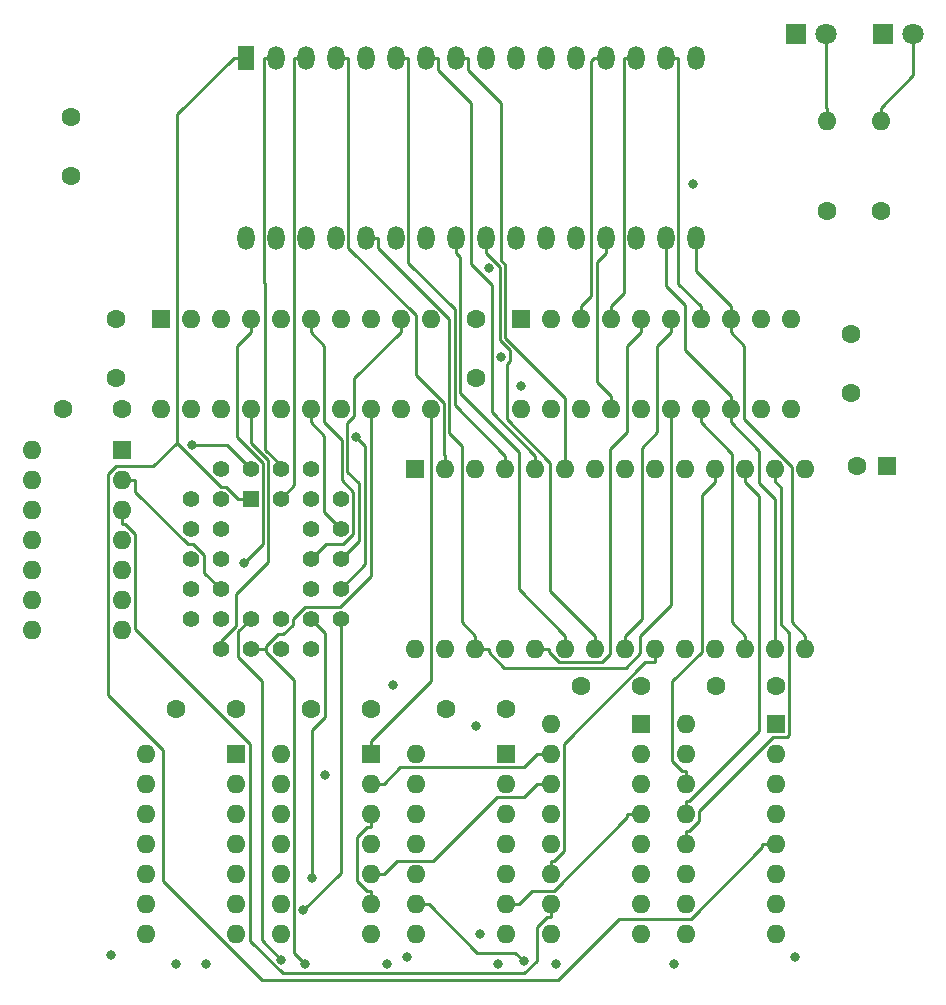
<source format=gbr>
%TF.GenerationSoftware,KiCad,Pcbnew,(6.0.9)*%
%TF.CreationDate,2023-08-23T21:47:27+02:00*%
%TF.ProjectId,p2000t-slot2-datacartridge,70323030-3074-42d7-936c-6f74322d6461,rev?*%
%TF.SameCoordinates,Original*%
%TF.FileFunction,Copper,L3,Inr*%
%TF.FilePolarity,Positive*%
%FSLAX46Y46*%
G04 Gerber Fmt 4.6, Leading zero omitted, Abs format (unit mm)*
G04 Created by KiCad (PCBNEW (6.0.9)) date 2023-08-23 21:47:27*
%MOMM*%
%LPD*%
G01*
G04 APERTURE LIST*
%TA.AperFunction,ComponentPad*%
%ADD10O,1.440000X2.000000*%
%TD*%
%TA.AperFunction,ComponentPad*%
%ADD11R,1.440000X2.000000*%
%TD*%
%TA.AperFunction,ComponentPad*%
%ADD12R,1.422400X1.422400*%
%TD*%
%TA.AperFunction,ComponentPad*%
%ADD13C,1.422400*%
%TD*%
%TA.AperFunction,ComponentPad*%
%ADD14R,1.600000X1.600000*%
%TD*%
%TA.AperFunction,ComponentPad*%
%ADD15O,1.600000X1.600000*%
%TD*%
%TA.AperFunction,ComponentPad*%
%ADD16C,1.600000*%
%TD*%
%TA.AperFunction,ComponentPad*%
%ADD17R,1.800000X1.800000*%
%TD*%
%TA.AperFunction,ComponentPad*%
%ADD18C,1.800000*%
%TD*%
%TA.AperFunction,ViaPad*%
%ADD19C,0.800000*%
%TD*%
%TA.AperFunction,Conductor*%
%ADD20C,0.250000*%
%TD*%
G04 APERTURE END LIST*
D10*
%TO.N,VCC*%
%TO.C,U14*%
X64398000Y-74387500D03*
%TO.N,~{WR}*%
X66938000Y-74387500D03*
%TO.N,CA17*%
X69478000Y-74387500D03*
%TO.N,CA14*%
X72018000Y-74387500D03*
%TO.N,CA13*%
X74558000Y-74387500D03*
%TO.N,CA8*%
X77098000Y-74387500D03*
%TO.N,CA9*%
X79638000Y-74387500D03*
%TO.N,CA11*%
X82178000Y-74387500D03*
%TO.N,~{RD}*%
X84718000Y-74387500D03*
%TO.N,CA10*%
X87258000Y-74387500D03*
%TO.N,SO5*%
X89798000Y-74387500D03*
%TO.N,D7*%
X92338000Y-74387500D03*
%TO.N,D6*%
X94878000Y-74387500D03*
%TO.N,D5*%
X97418000Y-74387500D03*
%TO.N,D4*%
X99958000Y-74387500D03*
%TO.N,D3*%
X102498000Y-74387500D03*
%TO.N,GND*%
X102498000Y-59147500D03*
%TO.N,D2*%
X99958000Y-59147500D03*
%TO.N,D1*%
X97418000Y-59147500D03*
%TO.N,D0*%
X94878000Y-59147500D03*
%TO.N,CA0*%
X92338000Y-59147500D03*
%TO.N,CA1*%
X89798000Y-59147500D03*
%TO.N,CA2*%
X87258000Y-59147500D03*
%TO.N,CA3*%
X84718000Y-59147500D03*
%TO.N,CA4*%
X82178000Y-59147500D03*
%TO.N,CA5*%
X79638000Y-59147500D03*
%TO.N,CA6*%
X77098000Y-59147500D03*
%TO.N,CA7*%
X74558000Y-59147500D03*
%TO.N,CA12*%
X72018000Y-59147500D03*
%TO.N,CA15*%
X69478000Y-59147500D03*
%TO.N,CA16*%
X66938000Y-59147500D03*
D11*
%TO.N,CA18*%
X64398000Y-59147500D03*
%TD*%
D12*
%TO.N,CA18*%
%TO.C,U5*%
X64770000Y-96520000D03*
D13*
%TO.N,CA16*%
X67310000Y-93980000D03*
%TO.N,CA15*%
X67310000Y-96520000D03*
%TO.N,CA12*%
X69850000Y-93980000D03*
%TO.N,CA7*%
X72390000Y-96520000D03*
%TO.N,CA6*%
X69850000Y-96520000D03*
%TO.N,CA5*%
X72390000Y-99060000D03*
%TO.N,CA4*%
X69850000Y-99060000D03*
%TO.N,CA3*%
X72390000Y-101600000D03*
%TO.N,CA2*%
X69850000Y-101600000D03*
%TO.N,CA1*%
X72390000Y-104140000D03*
%TO.N,CA0*%
X69850000Y-104140000D03*
%TO.N,D0*%
X72390000Y-106680000D03*
%TO.N,D1*%
X69850000Y-109220000D03*
%TO.N,D2*%
X69850000Y-106680000D03*
%TO.N,GND*%
X67310000Y-109220000D03*
%TO.N,D3*%
X67310000Y-106680000D03*
%TO.N,D4*%
X64770000Y-109220000D03*
%TO.N,D5*%
X64770000Y-106680000D03*
%TO.N,D6*%
X62230000Y-109220000D03*
%TO.N,D7*%
X59690000Y-106680000D03*
%TO.N,SO2*%
X62230000Y-106680000D03*
%TO.N,CA10*%
X59690000Y-104140000D03*
%TO.N,~{RD}*%
X62230000Y-104140000D03*
%TO.N,CA11*%
X59690000Y-101600000D03*
%TO.N,CA9*%
X62230000Y-101600000D03*
%TO.N,CA8*%
X59690000Y-99060000D03*
%TO.N,CA13*%
X62230000Y-99060000D03*
%TO.N,CA14*%
X59690000Y-96520000D03*
%TO.N,CA17*%
X62230000Y-93980000D03*
%TO.N,~{WR}*%
X62230000Y-96520000D03*
%TO.N,VCC*%
X64770000Y-93980000D03*
%TD*%
D14*
%TO.N,Net-(R1-Pad1)*%
%TO.C,U15*%
X53888800Y-92400200D03*
D15*
%TO.N,~{RD}*%
X53888800Y-94940200D03*
%TO.N,SO5*%
X53888800Y-97480200D03*
%TO.N,unconnected-(U15-Pad4)*%
X53888800Y-100020200D03*
%TO.N,VCC*%
X53888800Y-102560200D03*
X53888800Y-105100200D03*
%TO.N,GND*%
X53888800Y-107640200D03*
%TO.N,N/C*%
X46268800Y-107640200D03*
X46268800Y-105100200D03*
X46268800Y-102560200D03*
%TO.N,~{WR}*%
X46268800Y-100020200D03*
%TO.N,SO5*%
X46268800Y-97480200D03*
%TO.N,Net-(R2-Pad1)*%
X46268800Y-94940200D03*
%TO.N,VCC*%
X46268800Y-92400200D03*
%TD*%
%TO.N,Net-(D2-Pad2)*%
%TO.C,R2*%
X118110000Y-64516000D03*
D16*
%TO.N,Net-(R2-Pad1)*%
X118110000Y-72136000D03*
%TD*%
%TO.N,Net-(R1-Pad1)*%
%TO.C,R1*%
X113538000Y-72136000D03*
D15*
%TO.N,Net-(D1-Pad2)*%
X113538000Y-64516000D03*
%TD*%
D17*
%TO.N,GND*%
%TO.C,D2*%
X118359000Y-57150000D03*
D18*
%TO.N,Net-(D2-Pad2)*%
X120899000Y-57150000D03*
%TD*%
D17*
%TO.N,GND*%
%TO.C,D1*%
X110993000Y-57150000D03*
D18*
%TO.N,Net-(D1-Pad2)*%
X113533000Y-57150000D03*
%TD*%
D14*
%TO.N,A0*%
%TO.C,U3*%
X97790000Y-115570000D03*
D15*
%TO.N,A1*%
X97790000Y-118110000D03*
%TO.N,A2*%
X97790000Y-120650000D03*
%TO.N,Net-(U1-Pad6)*%
X97790000Y-123190000D03*
%TO.N,~{IORQ}*%
X97790000Y-125730000D03*
%TO.N,Net-(U3-Pad6)*%
X97790000Y-128270000D03*
%TO.N,unconnected-(U3-Pad7)*%
X97790000Y-130810000D03*
%TO.N,GND*%
X97790000Y-133350000D03*
%TO.N,unconnected-(U3-Pad9)*%
X90170000Y-133350000D03*
%TO.N,SO5*%
X90170000Y-130810000D03*
%TO.N,SO4*%
X90170000Y-128270000D03*
%TO.N,Net-(U3-Pad12)*%
X90170000Y-125730000D03*
%TO.N,SO2*%
X90170000Y-123190000D03*
%TO.N,Net-(U3-Pad14)*%
X90170000Y-120650000D03*
%TO.N,Net-(U3-Pad15)*%
X90170000Y-118110000D03*
%TO.N,VCC*%
X90170000Y-115570000D03*
%TD*%
D14*
%TO.N,A7*%
%TO.C,U1*%
X86360000Y-118110000D03*
D15*
%TO.N,Net-(U1-Pad2)*%
X86360000Y-120650000D03*
%TO.N,A4*%
X86360000Y-123190000D03*
%TO.N,Net-(U1-Pad4)*%
X86360000Y-125730000D03*
%TO.N,M1*%
X86360000Y-128270000D03*
%TO.N,Net-(U1-Pad6)*%
X86360000Y-130810000D03*
%TO.N,GND*%
X86360000Y-133350000D03*
%TO.N,Net-(U1-Pad8)*%
X78740000Y-133350000D03*
%TO.N,~{RES}*%
X78740000Y-130810000D03*
%TO.N,unconnected-(U1-Pad10)*%
X78740000Y-128270000D03*
%TO.N,VCC*%
X78740000Y-125730000D03*
%TO.N,unconnected-(U1-Pad12)*%
X78740000Y-123190000D03*
%TO.N,VCC*%
X78740000Y-120650000D03*
X78740000Y-118110000D03*
%TD*%
D14*
%TO.N,Net-(U6-Pad1)*%
%TO.C,U6*%
X74930000Y-118105000D03*
D15*
%TO.N,Net-(U3-Pad15)*%
X74930000Y-120645000D03*
%TO.N,~{WR}*%
X74930000Y-123185000D03*
%TO.N,Net-(U6-Pad4)*%
X74930000Y-125725000D03*
%TO.N,Net-(U3-Pad14)*%
X74930000Y-128265000D03*
%TO.N,~{WR}*%
X74930000Y-130805000D03*
%TO.N,GND*%
X74930000Y-133345000D03*
%TO.N,VCC*%
X67310000Y-133345000D03*
X67310000Y-130805000D03*
%TO.N,unconnected-(U6-Pad10)*%
X67310000Y-128265000D03*
%TO.N,Net-(U3-Pad12)*%
X67310000Y-125725000D03*
%TO.N,~{WR}*%
X67310000Y-123185000D03*
%TO.N,Net-(U6-Pad13)*%
X67310000Y-120645000D03*
%TO.N,VCC*%
X67310000Y-118105000D03*
%TD*%
D14*
%TO.N,Net-(U1-Pad4)*%
%TO.C,U4*%
X63500000Y-118105000D03*
D15*
%TO.N,A6*%
X63500000Y-120645000D03*
%TO.N,N/C*%
X63500000Y-123185000D03*
%TO.N,A5*%
X63500000Y-125725000D03*
%TO.N,Net-(U1-Pad2)*%
X63500000Y-128265000D03*
%TO.N,Net-(U3-Pad6)*%
X63500000Y-130805000D03*
%TO.N,GND*%
X63500000Y-133345000D03*
%TO.N,unconnected-(U4-Pad8)*%
X55880000Y-133345000D03*
%TO.N,GND*%
X55880000Y-130805000D03*
X55880000Y-128265000D03*
%TO.N,N/C*%
X55880000Y-125725000D03*
%TO.N,GND*%
X55880000Y-123185000D03*
X55880000Y-120645000D03*
%TO.N,VCC*%
X55880000Y-118105000D03*
%TD*%
D14*
%TO.N,~{RES}*%
%TO.C,U8*%
X87635000Y-81290000D03*
D15*
%TO.N,CA8*%
X90175000Y-81290000D03*
%TO.N,D0*%
X92715000Y-81290000D03*
%TO.N,D1*%
X95255000Y-81290000D03*
%TO.N,CA9*%
X97795000Y-81290000D03*
%TO.N,CA10*%
X100335000Y-81290000D03*
%TO.N,D2*%
X102875000Y-81290000D03*
%TO.N,D3*%
X105415000Y-81290000D03*
%TO.N,CA11*%
X107955000Y-81290000D03*
%TO.N,GND*%
X110495000Y-81290000D03*
%TO.N,Net-(U6-Pad4)*%
X110495000Y-88910000D03*
%TO.N,CA12*%
X107955000Y-88910000D03*
%TO.N,D4*%
X105415000Y-88910000D03*
%TO.N,D5*%
X102875000Y-88910000D03*
%TO.N,CA13*%
X100335000Y-88910000D03*
%TO.N,CA14*%
X97795000Y-88910000D03*
%TO.N,D6*%
X95255000Y-88910000D03*
%TO.N,D7*%
X92715000Y-88910000D03*
%TO.N,CA15*%
X90175000Y-88910000D03*
%TO.N,VCC*%
X87635000Y-88910000D03*
%TD*%
D14*
%TO.N,~{RES}*%
%TO.C,U9*%
X57155000Y-81290000D03*
D15*
%TO.N,CA0*%
X59695000Y-81290000D03*
%TO.N,D0*%
X62235000Y-81290000D03*
%TO.N,D1*%
X64775000Y-81290000D03*
%TO.N,CA1*%
X67315000Y-81290000D03*
%TO.N,CA2*%
X69855000Y-81290000D03*
%TO.N,D2*%
X72395000Y-81290000D03*
%TO.N,D3*%
X74935000Y-81290000D03*
%TO.N,CA3*%
X77475000Y-81290000D03*
%TO.N,GND*%
X80015000Y-81290000D03*
%TO.N,Net-(U6-Pad1)*%
X80015000Y-88910000D03*
%TO.N,CA4*%
X77475000Y-88910000D03*
%TO.N,D4*%
X74935000Y-88910000D03*
%TO.N,D5*%
X72395000Y-88910000D03*
%TO.N,CA5*%
X69855000Y-88910000D03*
%TO.N,CA6*%
X67315000Y-88910000D03*
%TO.N,D6*%
X64775000Y-88910000D03*
%TO.N,D7*%
X62235000Y-88910000D03*
%TO.N,CA7*%
X59695000Y-88910000D03*
%TO.N,VCC*%
X57155000Y-88910000D03*
%TD*%
D16*
%TO.N,VCC*%
%TO.C,C1*%
X58500000Y-114300000D03*
%TO.N,GND*%
X63500000Y-114300000D03*
%TD*%
%TO.N,VCC*%
%TO.C,C2*%
X69930000Y-114300000D03*
%TO.N,GND*%
X74930000Y-114300000D03*
%TD*%
%TO.N,VCC*%
%TO.C,C3*%
X81360000Y-114300000D03*
%TO.N,GND*%
X86360000Y-114300000D03*
%TD*%
%TO.N,VCC*%
%TO.C,C4*%
X104220000Y-112395000D03*
%TO.N,GND*%
X109220000Y-112395000D03*
%TD*%
%TO.N,VCC*%
%TO.C,C5*%
X53340000Y-86290000D03*
%TO.N,GND*%
X53340000Y-81290000D03*
%TD*%
%TO.N,GND*%
%TO.C,C6*%
X48888800Y-88900000D03*
%TO.N,VCC*%
X53888800Y-88900000D03*
%TD*%
%TO.N,VCC*%
%TO.C,C8*%
X115570000Y-82550000D03*
%TO.N,GND*%
X115570000Y-87550000D03*
%TD*%
%TO.N,VCC*%
%TO.C,C9*%
X49530000Y-69175000D03*
%TO.N,GND*%
X49530000Y-64175000D03*
%TD*%
D14*
%TO.N,GND*%
%TO.C,U13*%
X109220000Y-115570000D03*
D15*
X109220000Y-118110000D03*
%TO.N,CA16*%
X109220000Y-120650000D03*
%TO.N,CA17*%
X109220000Y-123190000D03*
%TO.N,CA18*%
X109220000Y-125730000D03*
%TO.N,unconnected-(U13-Pad6)*%
X109220000Y-128270000D03*
%TO.N,Net-(U6-Pad13)*%
X109220000Y-130810000D03*
%TO.N,GND*%
X109220000Y-133350000D03*
X101600000Y-133350000D03*
X101600000Y-130810000D03*
X101600000Y-128270000D03*
%TO.N,D2*%
X101600000Y-125730000D03*
%TO.N,D1*%
X101600000Y-123190000D03*
%TO.N,D0*%
X101600000Y-120650000D03*
%TO.N,Net-(U1-Pad8)*%
X101600000Y-118110000D03*
%TO.N,VCC*%
X101600000Y-115570000D03*
%TD*%
D16*
%TO.N,VCC*%
%TO.C,C7*%
X83820000Y-86280000D03*
%TO.N,GND*%
X83820000Y-81280000D03*
%TD*%
%TO.N,VCC*%
%TO.C,C10*%
X97790000Y-112395000D03*
%TO.N,GND*%
X92790000Y-112395000D03*
%TD*%
D14*
%TO.N,VCC*%
%TO.C,C11*%
X118618000Y-93726000D03*
D16*
%TO.N,GND*%
X116118000Y-93726000D03*
%TD*%
D14*
%TO.N,CA14*%
%TO.C,U11*%
X78725000Y-93975000D03*
D15*
%TO.N,CA12*%
X81265000Y-93975000D03*
%TO.N,CA7*%
X83805000Y-93975000D03*
%TO.N,CA6*%
X86345000Y-93975000D03*
%TO.N,CA5*%
X88885000Y-93975000D03*
%TO.N,CA4*%
X91425000Y-93975000D03*
%TO.N,CA3*%
X93965000Y-93975000D03*
%TO.N,CA2*%
X96505000Y-93975000D03*
%TO.N,CA1*%
X99045000Y-93975000D03*
%TO.N,CA0*%
X101585000Y-93975000D03*
%TO.N,D0*%
X104125000Y-93975000D03*
%TO.N,D1*%
X106665000Y-93975000D03*
%TO.N,D2*%
X109205000Y-93975000D03*
%TO.N,GND*%
X111745000Y-93975000D03*
%TO.N,D3*%
X111745000Y-109215000D03*
%TO.N,D4*%
X109205000Y-109215000D03*
%TO.N,D5*%
X106665000Y-109215000D03*
%TO.N,D6*%
X104125000Y-109215000D03*
%TO.N,D7*%
X101585000Y-109215000D03*
%TO.N,SO4*%
X99045000Y-109215000D03*
%TO.N,CA10*%
X96505000Y-109215000D03*
%TO.N,~{RD}*%
X93965000Y-109215000D03*
%TO.N,CA11*%
X91425000Y-109215000D03*
%TO.N,CA9*%
X88885000Y-109215000D03*
%TO.N,CA8*%
X86345000Y-109215000D03*
%TO.N,CA13*%
X83805000Y-109215000D03*
%TO.N,~{WR}*%
X81265000Y-109215000D03*
%TO.N,VCC*%
X78725000Y-109215000D03*
%TD*%
D19*
%TO.N,VCC*%
X87630000Y-86995000D03*
%TO.N,GND*%
X78002666Y-135320765D03*
X84220900Y-133350000D03*
X90657500Y-135890000D03*
X102235000Y-69850000D03*
X84952801Y-76972199D03*
%TO.N,VCC*%
X59786849Y-91978151D03*
X76835000Y-112313700D03*
X83820000Y-115785300D03*
%TO.N,GND*%
X58420000Y-135890000D03*
X60960000Y-135890000D03*
%TO.N,SO5*%
X85987700Y-84526900D03*
%TO.N,CA1*%
X73665000Y-91278400D03*
%TO.N,~{WR}*%
X100638800Y-135905100D03*
%TO.N,D1*%
X64226300Y-101917200D03*
%TO.N,D5*%
X67389100Y-135524300D03*
%TO.N,D7*%
X71059100Y-119913400D03*
%TO.N,A5*%
X76300700Y-135918200D03*
%TO.N,~{RES}*%
X87909100Y-135682600D03*
%TO.N,A6*%
X85737100Y-135888300D03*
%TO.N,D4*%
X69423400Y-135912600D03*
%TO.N,D2*%
X69995600Y-128638700D03*
%TO.N,D0*%
X69245700Y-131315200D03*
%TO.N,VCC*%
X52975800Y-135131700D03*
%TO.N,GND*%
X110883200Y-135337500D03*
%TD*%
D20*
%TO.N,VCC*%
X64770000Y-93980000D02*
X62768151Y-91978151D01*
X62768151Y-91978151D02*
X59786849Y-91978151D01*
%TO.N,Net-(U6-Pad1)*%
X80015000Y-111894700D02*
X74930000Y-116979700D01*
X80015000Y-88910000D02*
X80015000Y-111894700D01*
X74930000Y-118105000D02*
X74930000Y-116979700D01*
%TO.N,Net-(U3-Pad15)*%
X87919400Y-119235300D02*
X89044700Y-118110000D01*
X77465000Y-119235300D02*
X87919400Y-119235300D01*
X76055300Y-120645000D02*
X77465000Y-119235300D01*
X74930000Y-120645000D02*
X76055300Y-120645000D01*
X90170000Y-118110000D02*
X89044700Y-118110000D01*
%TO.N,Net-(U3-Pad14)*%
X87919400Y-121775300D02*
X89044700Y-120650000D01*
X85618200Y-121775300D02*
X87919400Y-121775300D01*
X80253800Y-127139700D02*
X85618200Y-121775300D01*
X77180600Y-127139700D02*
X80253800Y-127139700D01*
X76055300Y-128265000D02*
X77180600Y-127139700D01*
X74930000Y-128265000D02*
X76055300Y-128265000D01*
X90170000Y-120650000D02*
X89044700Y-120650000D01*
%TO.N,CA18*%
X64398000Y-59147500D02*
X63352700Y-59147500D01*
X109220000Y-125730000D02*
X108094700Y-125730000D01*
X64770000Y-96520000D02*
X63733500Y-96520000D01*
X62697000Y-95483500D02*
X63733500Y-96520000D01*
X62267600Y-95483500D02*
X62697000Y-95483500D01*
X58535200Y-91751100D02*
X62267600Y-95483500D01*
X58535200Y-63965000D02*
X58535200Y-91751100D01*
X63352700Y-59147500D02*
X58535200Y-63965000D01*
X108094700Y-126011300D02*
X108094700Y-125730000D01*
X102026000Y-132080000D02*
X108094700Y-126011300D01*
X95972900Y-132080000D02*
X102026000Y-132080000D01*
X90839700Y-137213200D02*
X95972900Y-132080000D01*
X65709200Y-137213200D02*
X90839700Y-137213200D01*
X57374600Y-128878600D02*
X65709200Y-137213200D01*
X57374600Y-117785800D02*
X57374600Y-128878600D01*
X52732000Y-113143200D02*
X57374600Y-117785800D01*
X52732000Y-94443200D02*
X52732000Y-113143200D01*
X53408500Y-93766700D02*
X52732000Y-94443200D01*
X56519600Y-93766700D02*
X53408500Y-93766700D01*
X58535200Y-91751100D02*
X56519600Y-93766700D01*
%TO.N,CA16*%
X66938000Y-59147500D02*
X65892700Y-59147500D01*
X65892700Y-78183700D02*
X65892700Y-59147500D01*
X66007200Y-78298200D02*
X65892700Y-78183700D01*
X66007200Y-92363600D02*
X66007200Y-78298200D01*
X67310000Y-93666400D02*
X66007200Y-92363600D01*
X67310000Y-93980000D02*
X67310000Y-93666400D01*
%TO.N,SO4*%
X90451400Y-127144700D02*
X90170000Y-127144700D01*
X91295300Y-126300800D02*
X90451400Y-127144700D01*
X91295300Y-117246000D02*
X91295300Y-126300800D01*
X98201000Y-110340300D02*
X91295300Y-117246000D01*
X99045000Y-110340300D02*
X98201000Y-110340300D01*
X90170000Y-128270000D02*
X90170000Y-127144700D01*
X99045000Y-109215000D02*
X99045000Y-110340300D01*
%TO.N,SO5*%
X54170200Y-98605500D02*
X53888800Y-98605500D01*
X55014100Y-99449400D02*
X54170200Y-98605500D01*
X55014100Y-107519300D02*
X55014100Y-99449400D01*
X64766100Y-117271300D02*
X55014100Y-107519300D01*
X64766100Y-133950400D02*
X64766100Y-117271300D01*
X67510300Y-136694600D02*
X64766100Y-133950400D01*
X87951100Y-136694600D02*
X67510300Y-136694600D01*
X89044700Y-135601000D02*
X87951100Y-136694600D01*
X89044700Y-132779200D02*
X89044700Y-135601000D01*
X89888600Y-131935300D02*
X89044700Y-132779200D01*
X90170000Y-131935300D02*
X89888600Y-131935300D01*
X90170000Y-130810000D02*
X90170000Y-131935300D01*
X53888800Y-97480200D02*
X53888800Y-98605500D01*
%TO.N,Net-(D2-Pad2)*%
X120899000Y-60601700D02*
X118110000Y-63390700D01*
X120899000Y-57150000D02*
X120899000Y-60601700D01*
X118110000Y-64516000D02*
X118110000Y-63390700D01*
%TO.N,Net-(D1-Pad2)*%
X113533000Y-63385700D02*
X113538000Y-63390700D01*
X113533000Y-57150000D02*
X113533000Y-63385700D01*
X113538000Y-64516000D02*
X113538000Y-63390700D01*
%TO.N,CA15*%
X68432700Y-78480700D02*
X68432700Y-59147500D01*
X68448800Y-78496800D02*
X68432700Y-78480700D01*
X68448800Y-95381200D02*
X68448800Y-78496800D01*
X67310000Y-96520000D02*
X68448800Y-95381200D01*
X69478000Y-59147500D02*
X68432700Y-59147500D01*
%TO.N,CA6*%
X86345000Y-93975000D02*
X86345000Y-92849700D01*
X77098000Y-59147500D02*
X78143300Y-59147500D01*
X78143300Y-76514600D02*
X78143300Y-59147500D01*
X82043500Y-80414800D02*
X78143300Y-76514600D01*
X82043500Y-88548200D02*
X82043500Y-80414800D01*
X86345000Y-92849700D02*
X82043500Y-88548200D01*
%TO.N,CA5*%
X88885000Y-93975000D02*
X88885000Y-92849700D01*
X79638000Y-59147500D02*
X80683300Y-59147500D01*
X70980300Y-97650300D02*
X72390000Y-99060000D01*
X70980300Y-91160600D02*
X70980300Y-97650300D01*
X69855000Y-90035300D02*
X70980300Y-91160600D01*
X69855000Y-88910000D02*
X69855000Y-90035300D01*
X80683300Y-60192800D02*
X80683300Y-59147500D01*
X83448000Y-62957500D02*
X80683300Y-60192800D01*
X83448000Y-76648600D02*
X83448000Y-62957500D01*
X85202500Y-78403100D02*
X83448000Y-76648600D01*
X85202500Y-89167200D02*
X85202500Y-78403100D01*
X88885000Y-92849700D02*
X85202500Y-89167200D01*
%TO.N,CA13*%
X74558000Y-74387500D02*
X75603300Y-74387500D01*
X75603300Y-75268200D02*
X75603300Y-74387500D01*
X81593200Y-81258100D02*
X75603300Y-75268200D01*
X81593200Y-90947900D02*
X81593200Y-81258100D01*
X82679700Y-92034400D02*
X81593200Y-90947900D01*
X82679700Y-106964400D02*
X82679700Y-92034400D01*
X83805000Y-108089700D02*
X82679700Y-106964400D01*
X83805000Y-109074300D02*
X83805000Y-108089700D01*
X83805000Y-109074300D02*
X83805000Y-109215000D01*
X83805000Y-109215000D02*
X84930300Y-109215000D01*
X100335000Y-105529600D02*
X100335000Y-88910000D01*
X97775000Y-108089600D02*
X100335000Y-105529600D01*
X97775000Y-109587700D02*
X97775000Y-108089600D01*
X96545700Y-110817000D02*
X97775000Y-109587700D01*
X86251000Y-110817000D02*
X96545700Y-110817000D01*
X84930300Y-109496300D02*
X86251000Y-110817000D01*
X84930300Y-109215000D02*
X84930300Y-109496300D01*
%TO.N,CA11*%
X91425000Y-109215000D02*
X91425000Y-108089700D01*
X82178000Y-74387500D02*
X82178000Y-75712800D01*
X82493800Y-76028600D02*
X82178000Y-75712800D01*
X82493800Y-87588500D02*
X82493800Y-76028600D01*
X87484900Y-92579600D02*
X82493800Y-87588500D01*
X87484900Y-104149600D02*
X87484900Y-92579600D01*
X91425000Y-108089700D02*
X87484900Y-104149600D01*
%TO.N,CA9*%
X96669700Y-83540600D02*
X97795000Y-82415300D01*
X96669700Y-90889600D02*
X96669700Y-83540600D01*
X95235000Y-92324300D02*
X96669700Y-90889600D01*
X95235000Y-109633400D02*
X95235000Y-92324300D01*
X94501700Y-110366700D02*
X95235000Y-109633400D01*
X90925300Y-110366700D02*
X94501700Y-110366700D01*
X90010300Y-109451700D02*
X90925300Y-110366700D01*
X90010300Y-109215000D02*
X90010300Y-109451700D01*
X88885000Y-109215000D02*
X90010300Y-109215000D01*
X97795000Y-81290000D02*
X97795000Y-82415300D01*
%TO.N,CA12*%
X73063300Y-75261600D02*
X73063300Y-59147500D01*
X78745000Y-80943300D02*
X73063300Y-75261600D01*
X78745000Y-86024000D02*
X78745000Y-80943300D01*
X81142800Y-88421800D02*
X78745000Y-86024000D01*
X81142800Y-92727500D02*
X81142800Y-88421800D01*
X81265000Y-92849700D02*
X81142800Y-92727500D01*
X81265000Y-93975000D02*
X81265000Y-92849700D01*
X72018000Y-59147500D02*
X73063300Y-59147500D01*
%TO.N,CA10*%
X96505000Y-109215000D02*
X96505000Y-108089700D01*
X100335000Y-81290000D02*
X100335000Y-82415300D01*
X99209700Y-83540600D02*
X100335000Y-82415300D01*
X99209700Y-90889600D02*
X99209700Y-83540600D01*
X97909000Y-92190300D02*
X99209700Y-90889600D01*
X97909000Y-106685700D02*
X97909000Y-92190300D01*
X96505000Y-108089700D02*
X97909000Y-106685700D01*
%TO.N,CA3*%
X73921500Y-100068500D02*
X72390000Y-101600000D01*
X73921500Y-95205100D02*
X73921500Y-100068500D01*
X72938400Y-94222000D02*
X73921500Y-95205100D01*
X72938400Y-90106600D02*
X72938400Y-94222000D01*
X73574200Y-89470800D02*
X72938400Y-90106600D01*
X73574200Y-86316100D02*
X73574200Y-89470800D01*
X77475000Y-82415300D02*
X73574200Y-86316100D01*
X77475000Y-81290000D02*
X77475000Y-82415300D01*
%TO.N,CA1*%
X74460900Y-92074300D02*
X73665000Y-91278400D01*
X74460900Y-102069100D02*
X74460900Y-92074300D01*
X72390000Y-104140000D02*
X74460900Y-102069100D01*
%TO.N,CA4*%
X83223300Y-60192800D02*
X83223300Y-59147500D01*
X85988000Y-62957500D02*
X83223300Y-60192800D01*
X85988000Y-76345900D02*
X85988000Y-62957500D01*
X86306400Y-76664300D02*
X85988000Y-76345900D01*
X86306400Y-82862000D02*
X86306400Y-76664300D01*
X91425000Y-87980600D02*
X86306400Y-82862000D01*
X91425000Y-93975000D02*
X91425000Y-87980600D01*
X82178000Y-59147500D02*
X83223300Y-59147500D01*
%TO.N,CA2*%
X70980300Y-83540600D02*
X69855000Y-82415300D01*
X70980300Y-90030600D02*
X70980300Y-83540600D01*
X72487900Y-91538200D02*
X70980300Y-90030600D01*
X72487900Y-94954600D02*
X72487900Y-91538200D01*
X73467100Y-95933800D02*
X72487900Y-94954600D01*
X73467100Y-99492400D02*
X73467100Y-95933800D01*
X72629500Y-100330000D02*
X73467100Y-99492400D01*
X71120000Y-100330000D02*
X72629500Y-100330000D01*
X69850000Y-101600000D02*
X71120000Y-100330000D01*
X69855000Y-81290000D02*
X69855000Y-82415300D01*
%TO.N,~{WR}*%
X74648600Y-124310300D02*
X74930000Y-124310300D01*
X73804700Y-125154200D02*
X74648600Y-124310300D01*
X73804700Y-128835700D02*
X73804700Y-125154200D01*
X74648700Y-129679700D02*
X73804700Y-128835700D01*
X74930000Y-129679700D02*
X74648700Y-129679700D01*
X74930000Y-130805000D02*
X74930000Y-129679700D01*
X74930000Y-123185000D02*
X74930000Y-124310300D01*
%TO.N,Net-(U1-Pad6)*%
X96664700Y-123471300D02*
X96664700Y-123190000D01*
X90451300Y-129684700D02*
X96664700Y-123471300D01*
X88610600Y-129684700D02*
X90451300Y-129684700D01*
X87485300Y-130810000D02*
X88610600Y-129684700D01*
X86360000Y-130810000D02*
X87485300Y-130810000D01*
X97790000Y-123190000D02*
X96664700Y-123190000D01*
%TO.N,D1*%
X96372700Y-79047000D02*
X95255000Y-80164700D01*
X96372700Y-59147500D02*
X96372700Y-79047000D01*
X97418000Y-59147500D02*
X96372700Y-59147500D01*
X95255000Y-81290000D02*
X95255000Y-80164700D01*
X101600000Y-123190000D02*
X101600000Y-122064700D01*
X101881400Y-122064700D02*
X101600000Y-122064700D01*
X107797100Y-116149000D02*
X101881400Y-122064700D01*
X107797100Y-96232400D02*
X107797100Y-116149000D01*
X106665000Y-95100300D02*
X107797100Y-96232400D01*
X106665000Y-93975000D02*
X106665000Y-95100300D01*
X64775000Y-81290000D02*
X64775000Y-82415300D01*
X65806500Y-100337000D02*
X64226300Y-101917200D01*
X65806500Y-93436700D02*
X65806500Y-100337000D01*
X63635600Y-91265800D02*
X65806500Y-93436700D01*
X63635600Y-83554700D02*
X63635600Y-91265800D01*
X64775000Y-82415300D02*
X63635600Y-83554700D01*
%TO.N,D3*%
X102498000Y-77247700D02*
X102498000Y-74387500D01*
X105415000Y-80164700D02*
X102498000Y-77247700D01*
X105415000Y-81290000D02*
X105415000Y-80164700D01*
X106540300Y-83540600D02*
X105415000Y-82415300D01*
X106540300Y-89715600D02*
X106540300Y-83540600D01*
X110619700Y-93795000D02*
X106540300Y-89715600D01*
X110619700Y-106964400D02*
X110619700Y-93795000D01*
X111745000Y-108089700D02*
X110619700Y-106964400D01*
X111745000Y-109215000D02*
X111745000Y-108089700D01*
X105415000Y-81290000D02*
X105415000Y-82415300D01*
%TO.N,D5*%
X105539700Y-92700000D02*
X102875000Y-90035300D01*
X105539700Y-106964400D02*
X105539700Y-92700000D01*
X106665000Y-108089700D02*
X105539700Y-106964400D01*
X106665000Y-109215000D02*
X106665000Y-108089700D01*
X102875000Y-88910000D02*
X102875000Y-90035300D01*
X65766400Y-133901600D02*
X67389100Y-135524300D01*
X65766400Y-111971600D02*
X65766400Y-133901600D01*
X63715200Y-109920400D02*
X65766400Y-111971600D01*
X63715200Y-107734800D02*
X63715200Y-109920400D01*
X64770000Y-106680000D02*
X63715200Y-107734800D01*
%TO.N,~{RES}*%
X78740000Y-130810000D02*
X79865300Y-130810000D01*
X87152200Y-134925700D02*
X87909100Y-135682600D01*
X83981000Y-134925700D02*
X87152200Y-134925700D01*
X79865300Y-130810000D02*
X83981000Y-134925700D01*
%TO.N,~{RD}*%
X93965000Y-109215000D02*
X93965000Y-108089700D01*
X84718000Y-74387500D02*
X84718000Y-75712800D01*
X53888800Y-94940200D02*
X55014100Y-94940200D01*
X55014100Y-95903000D02*
X55014100Y-94940200D01*
X59441100Y-100330000D02*
X55014100Y-95903000D01*
X59928500Y-100330000D02*
X59441100Y-100330000D01*
X60843400Y-101244900D02*
X59928500Y-100330000D01*
X60843400Y-102753400D02*
X60843400Y-101244900D01*
X62230000Y-104140000D02*
X60843400Y-102753400D01*
X85856100Y-76850900D02*
X84718000Y-75712800D01*
X85856100Y-83087000D02*
X85856100Y-76850900D01*
X86713000Y-83943900D02*
X85856100Y-83087000D01*
X86713000Y-84827400D02*
X86713000Y-83943900D01*
X86482700Y-85057700D02*
X86713000Y-84827400D01*
X86482700Y-89772500D02*
X86482700Y-85057700D01*
X90155000Y-93444800D02*
X86482700Y-89772500D01*
X90155000Y-104279700D02*
X90155000Y-93444800D01*
X93965000Y-108089700D02*
X90155000Y-104279700D01*
%TO.N,D6*%
X94121000Y-76469800D02*
X94878000Y-75712800D01*
X94121000Y-86650700D02*
X94121000Y-76469800D01*
X95255000Y-87784700D02*
X94121000Y-86650700D01*
X95255000Y-88910000D02*
X95255000Y-87784700D01*
X94878000Y-74387500D02*
X94878000Y-75712800D01*
X62230000Y-108533500D02*
X62230000Y-109220000D01*
X63500000Y-107263500D02*
X62230000Y-108533500D01*
X63500000Y-104583800D02*
X63500000Y-107263500D01*
X66256900Y-101826900D02*
X63500000Y-104583800D01*
X66256900Y-93250200D02*
X66256900Y-101826900D01*
X64775000Y-91768300D02*
X66256900Y-93250200D01*
X64775000Y-88910000D02*
X64775000Y-91768300D01*
%TO.N,D4*%
X99958000Y-78497000D02*
X99958000Y-74387500D01*
X101535800Y-80074800D02*
X99958000Y-78497000D01*
X101535800Y-83905500D02*
X101535800Y-80074800D01*
X105415000Y-87784700D02*
X101535800Y-83905500D01*
X105415000Y-88910000D02*
X105415000Y-87784700D01*
X107854400Y-92474700D02*
X105415000Y-90035300D01*
X107854400Y-95159700D02*
X107854400Y-92474700D01*
X109205000Y-96510300D02*
X107854400Y-95159700D01*
X109205000Y-109215000D02*
X109205000Y-96510300D01*
X105415000Y-88910000D02*
X105415000Y-90035300D01*
X66040000Y-109220000D02*
X64770000Y-109220000D01*
X74935000Y-103067800D02*
X74935000Y-88910000D01*
X72359400Y-105643400D02*
X74935000Y-103067800D01*
X69366100Y-105643400D02*
X72359400Y-105643400D01*
X68346600Y-106662900D02*
X69366100Y-105643400D01*
X68346600Y-107163900D02*
X68346600Y-106662900D01*
X67560500Y-107950000D02*
X68346600Y-107163900D01*
X67071800Y-107950000D02*
X67560500Y-107950000D01*
X66040000Y-108981800D02*
X67071800Y-107950000D01*
X66040000Y-109220000D02*
X66040000Y-108981800D01*
X68436900Y-134926100D02*
X69423400Y-135912600D01*
X68436900Y-111856900D02*
X68436900Y-134926100D01*
X66040000Y-109460000D02*
X68436900Y-111856900D01*
X66040000Y-109220000D02*
X66040000Y-109460000D01*
%TO.N,D2*%
X101003300Y-78293000D02*
X101003300Y-59147500D01*
X102875000Y-80164700D02*
X101003300Y-78293000D01*
X102875000Y-81290000D02*
X102875000Y-80164700D01*
X99958000Y-59147500D02*
X101003300Y-59147500D01*
X101881400Y-124604700D02*
X101600000Y-124604700D01*
X102725300Y-123760800D02*
X101881400Y-124604700D01*
X102725300Y-122939900D02*
X102725300Y-123760800D01*
X108969800Y-116695400D02*
X102725300Y-122939900D01*
X110176400Y-116695400D02*
X108969800Y-116695400D01*
X110382600Y-116489200D02*
X110176400Y-116695400D01*
X110382600Y-107857300D02*
X110382600Y-116489200D01*
X109655400Y-107130100D02*
X110382600Y-107857300D01*
X109655400Y-95550700D02*
X109655400Y-107130100D01*
X109205000Y-95100300D02*
X109655400Y-95550700D01*
X109205000Y-93975000D02*
X109205000Y-95100300D01*
X101600000Y-125730000D02*
X101600000Y-124604700D01*
X69995600Y-116096400D02*
X69995600Y-128638700D01*
X71071500Y-115020500D02*
X69995600Y-116096400D01*
X71071500Y-107901500D02*
X71071500Y-115020500D01*
X69850000Y-106680000D02*
X71071500Y-107901500D01*
%TO.N,D0*%
X93562400Y-59417800D02*
X93832700Y-59147500D01*
X93562400Y-79317300D02*
X93562400Y-59417800D01*
X92715000Y-80164700D02*
X93562400Y-79317300D01*
X92715000Y-81290000D02*
X92715000Y-80164700D01*
X94878000Y-59147500D02*
X93832700Y-59147500D01*
X101318600Y-119524700D02*
X101600000Y-119524700D01*
X100474700Y-118680800D02*
X101318600Y-119524700D01*
X100474700Y-111964400D02*
X100474700Y-118680800D01*
X102999700Y-109439400D02*
X100474700Y-111964400D01*
X102999700Y-96225600D02*
X102999700Y-109439400D01*
X104125000Y-95100300D02*
X102999700Y-96225600D01*
X104125000Y-93975000D02*
X104125000Y-95100300D01*
X101600000Y-120650000D02*
X101600000Y-119524700D01*
X72390000Y-128170900D02*
X69245700Y-131315200D01*
X72390000Y-106680000D02*
X72390000Y-128170900D01*
%TD*%
M02*

</source>
